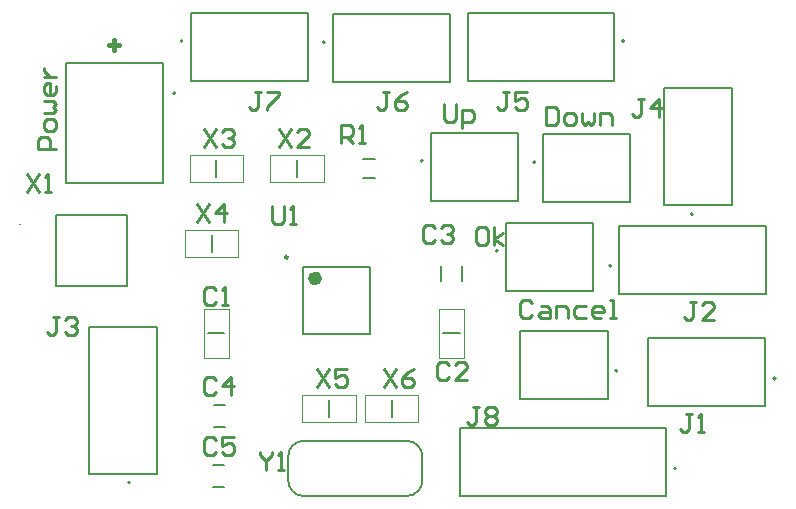
<source format=gto>
G04*
G04 #@! TF.GenerationSoftware,Altium Limited,Altium Designer,23.4.1 (23)*
G04*
G04 Layer_Color=65535*
%FSLAX44Y44*%
%MOMM*%
G71*
G04*
G04 #@! TF.SameCoordinates,574EF0A3-D4D7-4E79-882F-14C39876F300*
G04*
G04*
G04 #@! TF.FilePolarity,Positive*
G04*
G01*
G75*
%ADD10C,0.2500*%
%ADD11C,0.6000*%
%ADD12C,0.2000*%
%ADD13C,0.1000*%
%ADD14C,0.1270*%
%ADD15C,0.3810*%
%ADD16C,0.0500*%
%ADD17C,0.2540*%
D10*
X528300Y750300D02*
G03*
X528300Y750300I-1250J0D01*
G01*
D11*
X554050Y732300D02*
G03*
X554050Y732300I-3000J0D01*
G01*
D12*
X394700Y559350D02*
G03*
X394700Y559350I-1000J0D01*
G01*
X433000Y889000D02*
G03*
X433000Y889000I-1000J0D01*
G01*
X439200Y933450D02*
G03*
X439200Y933450I-1000J0D01*
G01*
X559450Y932350D02*
G03*
X559450Y932350I-1000J0D01*
G01*
X812850Y933450D02*
G03*
X812850Y933450I-1000J0D01*
G01*
X870950Y786650D02*
G03*
X870950Y786650I-1000J0D01*
G01*
X802050Y742950D02*
G03*
X802050Y742950I-1000J0D01*
G01*
X941150Y647700D02*
G03*
X941150Y647700I-1000J0D01*
G01*
X706100Y755650D02*
G03*
X706100Y755650I-1000J0D01*
G01*
X737650Y830750D02*
G03*
X737650Y830750I-1000J0D01*
G01*
X642600Y831850D02*
G03*
X642600Y831850I-1000J0D01*
G01*
X857000Y571500D02*
G03*
X857000Y571500I-1000J0D01*
G01*
X807200Y654050D02*
G03*
X807200Y654050I-1000J0D01*
G01*
X541050Y685300D02*
Y742300D01*
X598050Y685300D02*
Y742300D01*
X541050D02*
X598050D01*
X541050Y685300D02*
X598050D01*
X331950Y725650D02*
Y785650D01*
Y725650D02*
X391950D01*
Y785650D01*
X331950D02*
X391950D01*
X615950Y615300D02*
Y629300D01*
X562850Y615300D02*
Y629300D01*
X535700Y818500D02*
Y832500D01*
X467600Y818500D02*
Y832500D01*
X463550Y755000D02*
Y769000D01*
X460360Y685800D02*
X474360D01*
X465723Y606950D02*
X474692D01*
X465723Y624950D02*
X474692D01*
X465107Y556150D02*
X474077D01*
X465107Y574150D02*
X474077D01*
X659750Y685800D02*
X673750D01*
X657750Y730350D02*
Y742850D01*
X675750Y730350D02*
Y742850D01*
X591900Y833500D02*
X601900D01*
X591900Y817500D02*
X601900D01*
D13*
X300950Y778150D02*
G03*
X301950Y778150I500J0D01*
G01*
D02*
G03*
X300950Y778150I-500J0D01*
G01*
D14*
X541174Y594800D02*
G03*
X528450Y581624I226J-12950D01*
G01*
X641950D02*
G03*
X629226Y594800I-12950J226D01*
G01*
Y548200D02*
G03*
X641950Y561376I-226J12950D01*
G01*
X528450D02*
G03*
X541174Y548200I12950J-226D01*
G01*
X359700Y690850D02*
X417200D01*
Y566850D02*
Y690850D01*
X359700Y566850D02*
X417200D01*
X359700D02*
Y690850D01*
X340000Y812800D02*
Y914400D01*
X422000Y812800D02*
Y914400D01*
X340000Y812800D02*
X422000D01*
X340000Y914400D02*
X422000D01*
X446200Y899450D02*
X545200D01*
X446200D02*
Y956950D01*
X545200D01*
Y899450D02*
Y956950D01*
X665450Y898350D02*
Y955850D01*
X566450D02*
X665450D01*
X566450Y898350D02*
Y955850D01*
Y898350D02*
X665450D01*
X680350Y899450D02*
Y956950D01*
X804350D01*
Y899450D02*
Y956950D01*
X680350Y899450D02*
X804350D01*
X846450Y893650D02*
X903950D01*
X846450Y794650D02*
Y893650D01*
Y794650D02*
X903950D01*
Y893650D01*
X932550Y719450D02*
Y776950D01*
X808550Y719450D02*
X932550D01*
X808550D02*
Y776950D01*
X932550D01*
X833150Y624200D02*
Y681700D01*
Y624200D02*
X932150D01*
Y681700D01*
X833150D02*
X932150D01*
X712500Y721650D02*
Y779150D01*
X786500D01*
Y721650D02*
Y779150D01*
X712500Y721650D02*
X786500D01*
X744050Y796750D02*
Y854250D01*
X818050D01*
Y796750D02*
Y854250D01*
X744050Y796750D02*
X818050D01*
X649000Y797850D02*
Y855350D01*
X723000D01*
Y797850D02*
Y855350D01*
X649000Y797850D02*
X723000D01*
X528450Y561400D02*
Y581600D01*
X541150Y594800D02*
X629250D01*
X641950Y561400D02*
Y581600D01*
X541150Y548200D02*
X629250D01*
X674000Y548000D02*
Y605500D01*
Y548000D02*
X848000D01*
Y605500D01*
X674000D02*
X848000D01*
X724800Y688050D02*
X798800D01*
X724800Y630550D02*
Y688050D01*
Y630550D02*
X798800D01*
Y688050D01*
D15*
X381000Y925710D02*
Y934212D01*
X376816Y929640D02*
X385318D01*
D16*
X593200Y610800D02*
X638700D01*
X593200D02*
Y633800D01*
X638700D01*
Y610800D02*
Y633800D01*
X540100Y610800D02*
X585600D01*
X540100D02*
Y633800D01*
X585600D01*
Y610800D02*
Y633800D01*
X512950Y814000D02*
X558450D01*
X512950D02*
Y837000D01*
X558450D01*
Y814000D02*
Y837000D01*
X444850Y814000D02*
X490350D01*
X444850D02*
Y837000D01*
X490350D01*
Y814000D02*
Y837000D01*
X440800Y750500D02*
X486300D01*
X440800D02*
Y773500D01*
X486300D01*
Y750500D02*
Y773500D01*
X456760Y706400D02*
X477960D01*
X456760Y665200D02*
Y706400D01*
Y665200D02*
X477960D01*
Y706400D01*
X656150D02*
X677350D01*
X656150Y665200D02*
Y706400D01*
Y665200D02*
X677350D01*
Y706400D01*
D17*
X652781Y774698D02*
X650242Y777237D01*
X645163D01*
X642624Y774698D01*
Y764542D01*
X645163Y762002D01*
X650242D01*
X652781Y764542D01*
X657859Y774698D02*
X660398Y777237D01*
X665477D01*
X668016Y774698D01*
Y772159D01*
X665477Y769620D01*
X662937D01*
X665477D01*
X668016Y767081D01*
Y764542D01*
X665477Y762002D01*
X660398D01*
X657859Y764542D01*
X505461Y890267D02*
X500382D01*
X502922D01*
Y877572D01*
X500382Y875033D01*
X497843D01*
X495304Y877572D01*
X510539Y890267D02*
X520696D01*
Y887728D01*
X510539Y877572D01*
Y875033D01*
X504193Y585467D02*
Y582928D01*
X509272Y577850D01*
X514350Y582928D01*
Y585467D01*
X509272Y577850D02*
Y570233D01*
X519428D02*
X524507D01*
X521968D01*
Y585467D01*
X519428Y582928D01*
X609604Y655318D02*
X619761Y640082D01*
Y655318D02*
X609604Y640082D01*
X634996Y655318D02*
X629917Y652778D01*
X624839Y647700D01*
Y642622D01*
X627378Y640082D01*
X632457D01*
X634996Y642622D01*
Y645161D01*
X632457Y647700D01*
X624839D01*
X552454Y655318D02*
X562611Y640082D01*
Y655318D02*
X552454Y640082D01*
X577846Y655318D02*
X567689D01*
Y647700D01*
X572767Y650239D01*
X575307D01*
X577846Y647700D01*
Y642622D01*
X575307Y640082D01*
X570228D01*
X567689Y642622D01*
X450854Y795017D02*
X461011Y779782D01*
Y795017D02*
X450854Y779782D01*
X473707D02*
Y795017D01*
X466089Y787400D01*
X476246D01*
X457204Y858518D02*
X467361Y843282D01*
Y858518D02*
X457204Y843282D01*
X472439Y855978D02*
X474978Y858518D01*
X480057D01*
X482596Y855978D01*
Y853439D01*
X480057Y850900D01*
X477518D01*
X480057D01*
X482596Y848361D01*
Y845822D01*
X480057Y843282D01*
X474978D01*
X472439Y845822D01*
X520704Y858518D02*
X530861Y843282D01*
Y858518D02*
X520704Y843282D01*
X546096D02*
X535939D01*
X546096Y853439D01*
Y855978D01*
X543557Y858518D01*
X538478D01*
X535939Y855978D01*
X307343Y820417D02*
X317500Y805182D01*
Y820417D02*
X307343Y805182D01*
X322578D02*
X327657D01*
X325118D01*
Y820417D01*
X322578Y817878D01*
X660404Y880107D02*
Y867411D01*
X662943Y864872D01*
X668022D01*
X670561Y867411D01*
Y880107D01*
X675639Y859793D02*
Y875028D01*
X683257D01*
X685796Y872489D01*
Y867411D01*
X683257Y864872D01*
X675639D01*
X514858Y793999D02*
Y781303D01*
X517397Y778764D01*
X522476D01*
X525015Y781303D01*
Y793999D01*
X530093Y778764D02*
X535171D01*
X532632D01*
Y793999D01*
X530093Y791460D01*
X572770Y847344D02*
Y862579D01*
X580387D01*
X582927Y860040D01*
Y854961D01*
X580387Y852422D01*
X572770D01*
X577848D02*
X582927Y847344D01*
X588005D02*
X593083D01*
X590544D01*
Y862579D01*
X588005Y860040D01*
X331468Y842021D02*
X316232D01*
Y849639D01*
X318772Y852178D01*
X323850D01*
X326389Y849639D01*
Y842021D01*
X331468Y859795D02*
Y864874D01*
X328928Y867413D01*
X323850D01*
X321311Y864874D01*
Y859795D01*
X323850Y857256D01*
X328928D01*
X331468Y859795D01*
X321311Y872491D02*
X328928D01*
X331468Y875030D01*
X328928Y877570D01*
X331468Y880109D01*
X328928Y882648D01*
X321311D01*
X331468Y895344D02*
Y890266D01*
X328928Y887726D01*
X323850D01*
X321311Y890266D01*
Y895344D01*
X323850Y897883D01*
X326389D01*
Y887726D01*
X321311Y902961D02*
X331468D01*
X326389D01*
X323850Y905501D01*
X321311Y908040D01*
Y910579D01*
X694691Y775967D02*
X689613D01*
X687074Y773428D01*
Y763272D01*
X689613Y760732D01*
X694691D01*
X697230Y763272D01*
Y773428D01*
X694691Y775967D01*
X702309Y760732D02*
Y775967D01*
Y765811D02*
X709926Y770889D01*
X702309Y765811D02*
X709926Y760732D01*
X689611Y623568D02*
X684532D01*
X687072D01*
Y610872D01*
X684532Y608332D01*
X681993D01*
X679454Y610872D01*
X694689Y621028D02*
X697228Y623568D01*
X702307D01*
X704846Y621028D01*
Y618489D01*
X702307Y615950D01*
X704846Y613411D01*
Y610872D01*
X702307Y608332D01*
X697228D01*
X694689Y610872D01*
Y613411D01*
X697228Y615950D01*
X694689Y618489D01*
Y621028D01*
X697228Y615950D02*
X702307D01*
X613411Y890267D02*
X608332D01*
X610872D01*
Y877572D01*
X608332Y875033D01*
X605793D01*
X603254Y877572D01*
X628646Y890267D02*
X623568Y887728D01*
X618489Y882650D01*
Y877572D01*
X621028Y875033D01*
X626107D01*
X628646Y877572D01*
Y880111D01*
X626107Y882650D01*
X618489D01*
X873761Y712467D02*
X868682D01*
X871222D01*
Y699772D01*
X868682Y697233D01*
X866143D01*
X863604Y699772D01*
X888996Y697233D02*
X878839D01*
X888996Y707389D01*
Y709928D01*
X886457Y712467D01*
X881378D01*
X878839Y709928D01*
X715011Y890267D02*
X709932D01*
X712472D01*
Y877572D01*
X709932Y875033D01*
X707393D01*
X704854Y877572D01*
X730246Y890267D02*
X720089D01*
Y882650D01*
X725167Y885189D01*
X727707D01*
X730246Y882650D01*
Y877572D01*
X727707Y875033D01*
X722628D01*
X720089Y877572D01*
X829311Y883917D02*
X824232D01*
X826772D01*
Y871222D01*
X824232Y868682D01*
X821693D01*
X819154Y871222D01*
X842007Y868682D02*
Y883917D01*
X834389Y876300D01*
X844546D01*
X334011Y699768D02*
X328932D01*
X331472D01*
Y687072D01*
X328932Y684532D01*
X326393D01*
X323854Y687072D01*
X339089Y697228D02*
X341628Y699768D01*
X346707D01*
X349246Y697228D01*
Y694689D01*
X346707Y692150D01*
X344168D01*
X346707D01*
X349246Y689611D01*
Y687072D01*
X346707Y684532D01*
X341628D01*
X339089Y687072D01*
X869950Y617217D02*
X864872D01*
X867411D01*
Y604522D01*
X864872Y601982D01*
X862333D01*
X859793Y604522D01*
X875028Y601982D02*
X880107D01*
X877568D01*
Y617217D01*
X875028Y614678D01*
X746769Y877568D02*
Y862333D01*
X754387D01*
X756926Y864872D01*
Y875028D01*
X754387Y877568D01*
X746769D01*
X764543Y862333D02*
X769622D01*
X772161Y864872D01*
Y869950D01*
X769622Y872489D01*
X764543D01*
X762004Y869950D01*
Y864872D01*
X764543Y862333D01*
X777239Y872489D02*
Y864872D01*
X779778Y862333D01*
X782318Y864872D01*
X784857Y862333D01*
X787396Y864872D01*
Y872489D01*
X792474Y862333D02*
Y872489D01*
X800092D01*
X802631Y869950D01*
Y862333D01*
X734819Y711196D02*
X732280Y713735D01*
X727201D01*
X724662Y711196D01*
Y701039D01*
X727201Y698500D01*
X732280D01*
X734819Y701039D01*
X742436Y708657D02*
X747515D01*
X750054Y706117D01*
Y698500D01*
X742436D01*
X739897Y701039D01*
X742436Y703578D01*
X750054D01*
X755132Y698500D02*
Y708657D01*
X762750D01*
X765289Y706117D01*
Y698500D01*
X780524Y708657D02*
X772906D01*
X770367Y706117D01*
Y701039D01*
X772906Y698500D01*
X780524D01*
X793220D02*
X788141D01*
X785602Y701039D01*
Y706117D01*
X788141Y708657D01*
X793220D01*
X795759Y706117D01*
Y703578D01*
X785602D01*
X800837Y698500D02*
X805916D01*
X803376D01*
Y713735D01*
X800837D01*
X467361Y595628D02*
X464822Y598167D01*
X459743D01*
X457204Y595628D01*
Y585472D01*
X459743Y582933D01*
X464822D01*
X467361Y585472D01*
X482596Y598167D02*
X472439D01*
Y590550D01*
X477518Y593089D01*
X480057D01*
X482596Y590550D01*
Y585472D01*
X480057Y582933D01*
X474978D01*
X472439Y585472D01*
X467361Y646428D02*
X464822Y648968D01*
X459743D01*
X457204Y646428D01*
Y636272D01*
X459743Y633732D01*
X464822D01*
X467361Y636272D01*
X480057Y633732D02*
Y648968D01*
X472439Y641350D01*
X482596D01*
X664211Y659128D02*
X661672Y661667D01*
X656593D01*
X654054Y659128D01*
Y648972D01*
X656593Y646432D01*
X661672D01*
X664211Y648972D01*
X679446Y646432D02*
X669289D01*
X679446Y656589D01*
Y659128D01*
X676907Y661667D01*
X671828D01*
X669289Y659128D01*
X467360Y722628D02*
X464821Y725167D01*
X459743D01*
X457203Y722628D01*
Y712472D01*
X459743Y709932D01*
X464821D01*
X467360Y712472D01*
X472438Y709932D02*
X477517D01*
X474978D01*
Y725167D01*
X472438Y722628D01*
M02*

</source>
